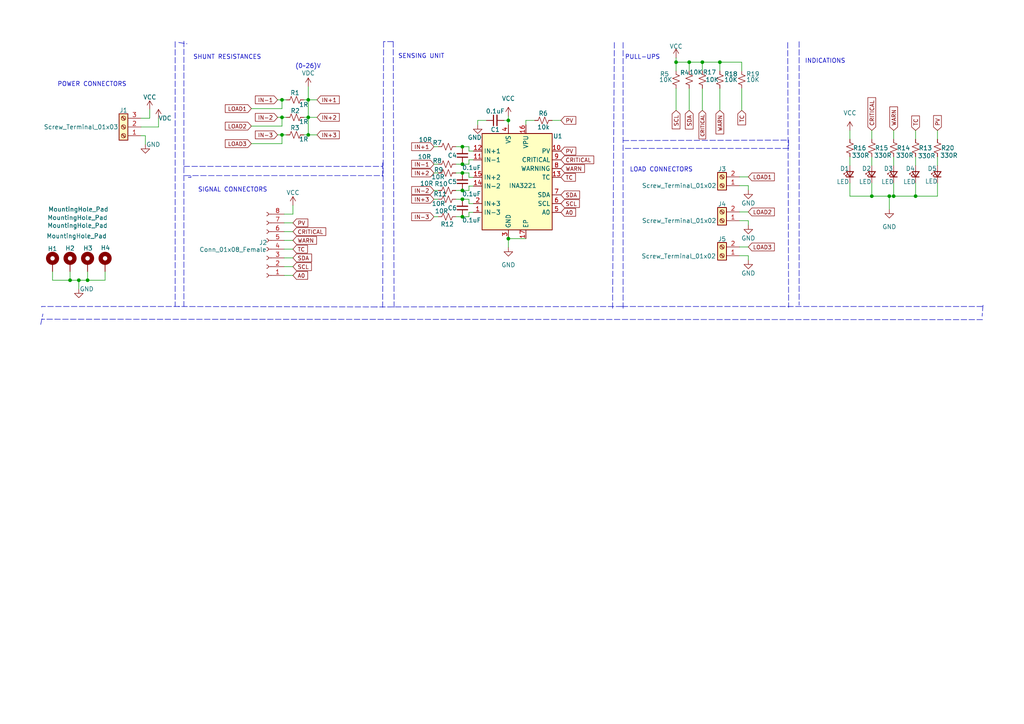
<source format=kicad_sch>
(kicad_sch (version 20211123) (generator eeschema)
  (paper "A4")
  (lib_symbols
    (symbol "Connector:Conn_01x08_Female" (pin_names (offset 1.016) hide)
      (property "Reference" "J" (at 0 10.16 0))
      (property "Value" "Conn_01x08_Female" (at 0 -12.7 0))
      (symbol "Conn_01x08_Female_1_1"
        (arc (start 0 -9.652) (mid -0.508 -10.16) (end 0 -10.668) (stroke (width 0.1524)))
        (arc (start 0 -7.112) (mid -0.508 -7.62) (end 0 -8.128) (stroke (width 0.1524)))
        (arc (start 0 -4.572) (mid -0.508 -5.08) (end 0 -5.588) (stroke (width 0.1524)))
        (arc (start 0 -2.032) (mid -0.508 -2.54) (end 0 -3.048) (stroke (width 0.1524)))
        (polyline (pts (xy -1.27 -10.16) (xy -0.508 -10.16)) (stroke (width 0.1524)))
        (polyline (pts (xy -1.27 -7.62) (xy -0.508 -7.62)) (stroke (width 0.1524)))
        (polyline (pts (xy -1.27 -5.08) (xy -0.508 -5.08)) (stroke (width 0.1524)))
        (polyline (pts (xy -1.27 -2.54) (xy -0.508 -2.54)) (stroke (width 0.1524)))
        (polyline (pts (xy -1.27 0) (xy -0.508 0)) (stroke (width 0.1524)))
        (polyline (pts (xy -1.27 2.54) (xy -0.508 2.54)) (stroke (width 0.1524)))
        (polyline (pts (xy -1.27 5.08) (xy -0.508 5.08)) (stroke (width 0.1524)))
        (polyline (pts (xy -1.27 7.62) (xy -0.508 7.62)) (stroke (width 0.1524)))
        (arc (start 0 0.508) (mid -0.508 0) (end 0 -0.508) (stroke (width 0.1524)))
        (arc (start 0 3.048) (mid -0.508 2.54) (end 0 2.032) (stroke (width 0.1524)))
        (arc (start 0 5.588) (mid -0.508 5.08) (end 0 4.572) (stroke (width 0.1524)))
        (arc (start 0 8.128) (mid -0.508 7.62) (end 0 7.112) (stroke (width 0.1524)))
        (pin passive line (at -5.08 7.62 0) (length 3.81) (name "Pin_1") (number "1"))
        (pin passive line (at -5.08 5.08 0) (length 3.81) (name "Pin_2") (number "2"))
        (pin passive line (at -5.08 2.54 0) (length 3.81) (name "Pin_3") (number "3"))
        (pin passive line (at -5.08 0 0) (length 3.81) (name "Pin_4") (number "4"))
        (pin passive line (at -5.08 -2.54 0) (length 3.81) (name "Pin_5") (number "5"))
        (pin passive line (at -5.08 -5.08 0) (length 3.81) (name "Pin_6") (number "6"))
        (pin passive line (at -5.08 -7.62 0) (length 3.81) (name "Pin_7") (number "7"))
        (pin passive line (at -5.08 -10.16 0) (length 3.81) (name "Pin_8") (number "8"))
      )
    )
    (symbol "Connector:Screw_Terminal_01x02" (pin_names (offset 1.016) hide)
      (property "Reference" "J" (at 0 2.54 0))
      (property "Value" "Screw_Terminal_01x02" (at 0 -5.08 0))
      (symbol "Screw_Terminal_01x02_1_1"
        (rectangle (start -1.27 1.27) (end 1.27 -3.81) (stroke (width 0.254)) (fill (type background)))
        (circle (center 0 -2.54) (radius 0.635) (stroke (width 0.1524)))
        (polyline (pts (xy -0.5334 -2.2098) (xy 0.3302 -3.048)) (stroke (width 0.1524)))
        (polyline (pts (xy -0.5334 0.3302) (xy 0.3302 -0.508)) (stroke (width 0.1524)))
        (polyline (pts (xy -0.3556 -2.032) (xy 0.508 -2.8702)) (stroke (width 0.1524)))
        (polyline (pts (xy -0.3556 0.508) (xy 0.508 -0.3302)) (stroke (width 0.1524)))
        (circle (center 0 0) (radius 0.635) (stroke (width 0.1524)))
        (pin passive line (at -5.08 0 0) (length 3.81) (name "Pin_1") (number "1"))
        (pin passive line (at -5.08 -2.54 0) (length 3.81) (name "Pin_2") (number "2"))
      )
    )
    (symbol "Connector:Screw_Terminal_01x03" (pin_names (offset 1.016) hide)
      (property "Reference" "J" (at 0 5.08 0))
      (property "Value" "Screw_Terminal_01x03" (at 0 -5.08 0))
      (symbol "Screw_Terminal_01x03_1_1"
        (rectangle (start -1.27 3.81) (end 1.27 -3.81) (stroke (width 0.254)) (fill (type background)))
        (circle (center 0 -2.54) (radius 0.635) (stroke (width 0.1524)))
        (polyline (pts (xy -0.5334 -2.2098) (xy 0.3302 -3.048)) (stroke (width 0.1524)))
        (polyline (pts (xy -0.5334 0.3302) (xy 0.3302 -0.508)) (stroke (width 0.1524)))
        (polyline (pts (xy -0.5334 2.8702) (xy 0.3302 2.032)) (stroke (width 0.1524)))
        (polyline (pts (xy -0.3556 -2.032) (xy 0.508 -2.8702)) (stroke (width 0.1524)))
        (polyline (pts (xy -0.3556 0.508) (xy 0.508 -0.3302)) (stroke (width 0.1524)))
        (polyline (pts (xy -0.3556 3.048) (xy 0.508 2.2098)) (stroke (width 0.1524)))
        (circle (center 0 0) (radius 0.635) (stroke (width 0.1524)))
        (circle (center 0 2.54) (radius 0.635) (stroke (width 0.1524)))
        (pin passive line (at -5.08 2.54 0) (length 3.81) (name "Pin_1") (number "1"))
        (pin passive line (at -5.08 0 0) (length 3.81) (name "Pin_2") (number "2"))
        (pin passive line (at -5.08 -2.54 0) (length 3.81) (name "Pin_3") (number "3"))
      )
    )
    (symbol "Device:C_Small" (pin_numbers hide) (pin_names (offset 0.254) hide)
      (property "Reference" "C" (at 0.254 1.778 0))
      (property "Value" "C_Small" (at 0.254 -2.032 0))
      (symbol "C_Small_0_1"
        (polyline (pts (xy -1.524 -0.508) (xy 1.524 -0.508)) (stroke (width 0.3302)))
        (polyline (pts (xy -1.524 0.508) (xy 1.524 0.508)) (stroke (width 0.3048)))
      )
      (symbol "C_Small_1_1"
        (pin passive line (at 0 2.54 270) (length 2.032) (name "~") (number "1"))
        (pin passive line (at 0 -2.54 90) (length 2.032) (name "~") (number "2"))
      )
    )
    (symbol "Device:LED_Small" (pin_numbers hide) (pin_names (offset 0.254) hide)
      (property "Reference" "D" (at -1.27 3.175 0))
      (property "Value" "LED_Small" (at -4.445 -2.54 0))
      (symbol "LED_Small_0_1"
        (polyline (pts (xy -0.762 -1.016) (xy -0.762 1.016)) (stroke (width 0.254)))
        (polyline (pts (xy 1.016 0) (xy -0.762 0)))
        (polyline (pts (xy 0.762 -1.016) (xy -0.762 0) (xy 0.762 1.016) (xy 0.762 -1.016)) (stroke (width 0.254)))
        (polyline (pts (xy 0 0.762) (xy -0.508 1.27) (xy -0.254 1.27) (xy -0.508 1.27) (xy -0.508 1.016)))
        (polyline (pts (xy 0.508 1.27) (xy 0 1.778) (xy 0.254 1.778) (xy 0 1.778) (xy 0 1.524)))
      )
      (symbol "LED_Small_1_1"
        (pin passive line (at -2.54 0 0) (length 1.778) (name "K") (number "1"))
        (pin passive line (at 2.54 0 180) (length 1.778) (name "A") (number "2"))
      )
    )
    (symbol "Device:R_Small_US" (pin_numbers hide) (pin_names (offset 0.254) hide)
      (property "Reference" "R" (at 0.762 0.508 0))
      (property "Value" "R_Small_US" (at 0.762 -1.016 0))
      (symbol "R_Small_US_1_1"
        (polyline (pts (xy 0 0) (xy 1.016 -0.381) (xy 0 -0.762) (xy -1.016 -1.143) (xy 0 -1.524)))
        (polyline (pts (xy 0 1.524) (xy 1.016 1.143) (xy 0 0.762) (xy -1.016 0.381) (xy 0 0)))
        (pin passive line (at 0 2.54 270) (length 1.016) (name "~") (number "1"))
        (pin passive line (at 0 -2.54 90) (length 1.016) (name "~") (number "2"))
      )
    )
    (symbol "Mechanical:MountingHole_Pad" (pin_numbers hide) (pin_names (offset 1.016) hide)
      (property "Reference" "H" (at 0 6.35 0))
      (property "Value" "MountingHole_Pad" (at 0 4.445 0))
      (symbol "MountingHole_Pad_0_1"
        (circle (center 0 1.27) (radius 1.27) (stroke (width 1.27)))
      )
      (symbol "MountingHole_Pad_1_1"
        (pin input line (at 0 -2.54 90) (length 2.54) (name "1") (number "1"))
      )
    )
    (symbol "Power_Management:INA3221"
      (property "Reference" "U" (at -10.16 17.78 0))
      (property "Value" "INA3221" (at 5.08 17.78 0))
      (symbol "INA3221_0_1"
        (rectangle (start 10.16 -12.7) (end -10.16 15.24) (stroke (width 0.254)) (fill (type background)))
      )
      (symbol "INA3221_1_1"
        (pin input line (at -12.7 -7.62 0) (length 2.54) (name "IN-3") (number "1"))
        (pin open_collector line (at 12.7 10.16 180) (length 2.54) (name "PV") (number "10"))
        (pin input line (at -12.7 7.62 0) (length 2.54) (name "IN-1") (number "11"))
        (pin input line (at -12.7 10.16 0) (length 2.54) (name "IN+1") (number "12"))
        (pin open_collector line (at 12.7 2.54 180) (length 2.54) (name "TC") (number "13"))
        (pin input line (at -12.7 0 0) (length 2.54) (name "IN-2") (number "14"))
        (pin input line (at -12.7 2.54 0) (length 2.54) (name "IN+2") (number "15"))
        (pin power_in line (at 2.54 17.78 270) (length 2.54) (name "VPU") (number "16"))
        (pin passive line (at 2.54 -15.24 90) (length 2.54) (name "EP") (number "17"))
        (pin input line (at -12.7 -5.08 0) (length 2.54) (name "IN+3") (number "2"))
        (pin power_in line (at -2.54 -15.24 90) (length 2.54) (name "GND") (number "3"))
        (pin power_in line (at -2.54 17.78 270) (length 2.54) (name "VS") (number "4"))
        (pin input line (at 12.7 -7.62 180) (length 2.54) (name "A0") (number "5"))
        (pin input line (at 12.7 -5.08 180) (length 2.54) (name "SCL") (number "6"))
        (pin bidirectional line (at 12.7 -2.54 180) (length 2.54) (name "SDA") (number "7"))
        (pin open_collector line (at 12.7 5.08 180) (length 2.54) (name "WARNING") (number "8"))
        (pin open_collector line (at 12.7 7.62 180) (length 2.54) (name "CRITICAL") (number "9"))
      )
    )
    (symbol "power:GND" (power) (pin_names (offset 0))
      (property "Value" "GND" (at 0 -3.81 0))
      (symbol "GND_0_1"
        (polyline (pts (xy 0 0) (xy 0 -1.27) (xy 1.27 -1.27) (xy 0 -2.54) (xy -1.27 -1.27) (xy 0 -1.27)))
      )
      (symbol "GND_1_1"
        (pin power_in line (at 0 0 270) (length 0) hide (name "GND") (number "1"))
      )
    )
    (symbol "power:VCC" (power) (pin_names (offset 0))
      (property "Value" "VCC" (at 0 3.81 0))
      (symbol "VCC_0_1"
        (polyline (pts (xy -0.762 1.27) (xy 0 2.54)))
        (polyline (pts (xy 0 0) (xy 0 2.54)))
        (polyline (pts (xy 0 2.54) (xy 0.762 1.27)))
      )
      (symbol "VCC_1_1"
        (pin power_in line (at 0 0 90) (length 0) hide (name "VCC") (number "1"))
      )
    )
    (symbol "power:VDC" (power) (pin_names (offset 0))
      (property "Value" "VDC" (at 0 6.35 0))
      (symbol "VDC_0_1"
        (polyline (pts (xy -0.762 1.27) (xy 0 2.54)))
        (polyline (pts (xy 0 0) (xy 0 2.54)))
        (polyline (pts (xy 0 2.54) (xy 0.762 1.27)))
      )
      (symbol "VDC_1_1"
        (pin power_in line (at 0 0 90) (length 0) hide (name "VDC") (number "1"))
      )
    )
  )
  (junction (at 199.898 18.034))
  (junction (at 134.112 47.625))
  (junction (at 20.32 81.28))
  (junction (at 134.112 62.865))
  (junction (at 81.788 28.956))
  (junction (at 134.112 50.165))
  (junction (at 25.4 81.28))
  (junction (at 257.937 56.896))
  (junction (at 89.408 39.116))
  (junction (at 134.112 57.785))
  (junction (at 147.447 69.215))
  (junction (at 22.86 81.28))
  (junction (at 259.207 56.896))
  (junction (at 81.788 39.116))
  (junction (at 134.112 55.245))
  (junction (at 81.788 34.036))
  (junction (at 208.788 18.034))
  (junction (at 252.857 56.896))
  (junction (at 89.408 28.956))
  (junction (at 203.708 18.034))
  (junction (at 134.112 42.545))
  (junction (at 89.408 34.036))
  (junction (at 196.088 18.034))
  (junction (at 147.447 34.925))
  (junction (at 265.557 56.896))
  (wire (pts (xy 125.857 50.165) (xy 127.127 50.165)))
  (polyline (pts (xy 180.34 88.9) (xy 109.22 89.027)))
  (wire (pts (xy 72.898 36.576) (xy 81.788 36.576)))
  (wire (pts (xy 42.164 39.37) (xy 42.164 41.91)))
  (wire (pts (xy 134.112 47.625) (xy 136.017 47.625)))
  (wire (pts (xy 259.207 37.846) (xy 259.207 40.386)))
  (wire (pts (xy 25.4 78.74) (xy 25.4 81.28)))
  (wire (pts (xy 196.088 18.034) (xy 196.088 20.574)))
  (wire (pts (xy 40.894 36.83) (xy 45.974 36.83)))
  (wire (pts (xy 252.857 45.466) (xy 252.857 48.006)))
  (polyline (pts (xy 55.372 51.181) (xy 55.372 51.435)))
  (wire (pts (xy 25.4 81.28) (xy 30.48 81.28)))
  (wire (pts (xy 82.423 67.183) (xy 84.963 67.183)))
  (wire (pts (xy 214.503 51.308) (xy 217.043 51.308)))
  (wire (pts (xy 271.907 56.896) (xy 265.557 56.896)))
  (wire (pts (xy 246.507 45.466) (xy 246.507 48.006)))
  (polyline (pts (xy 228.473 12.319) (xy 228.727 89.154)))
  (wire (pts (xy 152.527 36.195) (xy 152.527 34.925)))
  (wire (pts (xy 89.408 28.956) (xy 91.948 28.956)))
  (wire (pts (xy 214.503 53.848) (xy 217.043 53.848)))
  (wire (pts (xy 265.557 53.086) (xy 265.557 56.896)))
  (wire (pts (xy 88.138 28.956) (xy 89.408 28.956)))
  (wire (pts (xy 214.503 61.468) (xy 217.043 61.468)))
  (wire (pts (xy 203.708 25.654) (xy 203.708 32.004)))
  (polyline (pts (xy 178.181 12.319) (xy 177.673 89.662)))
  (wire (pts (xy 136.017 50.165) (xy 136.017 51.435)))
  (wire (pts (xy 136.017 57.785) (xy 136.017 59.055)))
  (wire (pts (xy 246.507 40.386) (xy 246.507 37.846)))
  (polyline (pts (xy 109.22 89.027) (xy 51.816 88.9)))
  (wire (pts (xy 89.408 28.956) (xy 89.408 34.036)))
  (wire (pts (xy 125.857 62.865) (xy 127.127 62.865)))
  (wire (pts (xy 199.898 18.034) (xy 196.088 18.034)))
  (wire (pts (xy 136.017 55.245) (xy 136.017 53.975)))
  (wire (pts (xy 271.907 37.846) (xy 271.907 40.386)))
  (wire (pts (xy 81.788 34.036) (xy 83.058 34.036)))
  (wire (pts (xy 162.687 34.925) (xy 160.147 34.925)))
  (wire (pts (xy 89.408 34.036) (xy 91.948 34.036)))
  (wire (pts (xy 15.24 78.74) (xy 15.24 81.28)))
  (wire (pts (xy 136.017 46.355) (xy 137.287 46.355)))
  (wire (pts (xy 252.857 56.896) (xy 257.937 56.896)))
  (wire (pts (xy 136.017 47.625) (xy 136.017 46.355)))
  (wire (pts (xy 138.557 34.925) (xy 138.557 36.195)))
  (polyline (pts (xy 11.811 94.107) (xy 12.446 91.059)))
  (wire (pts (xy 132.207 47.625) (xy 134.112 47.625)))
  (wire (pts (xy 215.138 18.034) (xy 208.788 18.034)))
  (wire (pts (xy 82.423 74.803) (xy 84.963 74.803)))
  (polyline (pts (xy 114.3 89.154) (xy 114.046 12.065)))
  (wire (pts (xy 125.857 57.785) (xy 127.127 57.785)))
  (polyline (pts (xy 53.34 48.26) (xy 111.125 48.26)))
  (wire (pts (xy 257.937 60.706) (xy 257.937 56.896)))
  (wire (pts (xy 259.207 56.896) (xy 265.557 56.896)))
  (wire (pts (xy 199.898 25.654) (xy 199.898 32.004)))
  (wire (pts (xy 271.907 53.086) (xy 271.907 56.896)))
  (wire (pts (xy 81.788 39.116) (xy 83.058 39.116)))
  (wire (pts (xy 136.017 42.545) (xy 136.017 43.815)))
  (wire (pts (xy 125.857 42.545) (xy 127.127 42.545)))
  (wire (pts (xy 89.408 25.146) (xy 89.408 28.956)))
  (wire (pts (xy 265.557 45.466) (xy 265.557 48.006)))
  (wire (pts (xy 81.788 39.116) (xy 81.788 41.656)))
  (polyline (pts (xy 228.727 40.64) (xy 228.727 43.053)))
  (wire (pts (xy 152.527 69.215) (xy 147.447 69.215)))
  (wire (pts (xy 82.423 72.263) (xy 84.963 72.263)))
  (polyline (pts (xy 53.594 50.927) (xy 111.125 50.927)))
  (wire (pts (xy 214.503 64.008) (xy 217.043 64.008)))
  (wire (pts (xy 82.423 62.103) (xy 84.963 62.103)))
  (wire (pts (xy 208.788 18.034) (xy 203.708 18.034)))
  (wire (pts (xy 82.423 69.723) (xy 84.963 69.723)))
  (wire (pts (xy 259.207 45.466) (xy 259.207 48.006)))
  (wire (pts (xy 136.017 61.595) (xy 137.287 61.595)))
  (wire (pts (xy 217.043 64.008) (xy 217.043 65.278)))
  (wire (pts (xy 45.974 36.83) (xy 45.974 34.29)))
  (polyline (pts (xy 180.721 12.319) (xy 180.721 89.662)))
  (wire (pts (xy 72.898 41.656) (xy 81.788 41.656)))
  (wire (pts (xy 132.207 62.865) (xy 134.112 62.865)))
  (wire (pts (xy 141.097 34.925) (xy 138.557 34.925)))
  (wire (pts (xy 132.207 57.785) (xy 134.112 57.785)))
  (wire (pts (xy 214.503 74.168) (xy 217.043 74.168)))
  (wire (pts (xy 136.017 53.975) (xy 137.287 53.975)))
  (polyline (pts (xy 111.252 12.065) (xy 110.998 89.154)))
  (wire (pts (xy 259.207 53.086) (xy 259.207 56.896)))
  (wire (pts (xy 196.088 16.764) (xy 196.088 18.034)))
  (wire (pts (xy 84.963 79.883) (xy 82.423 79.883)))
  (wire (pts (xy 208.788 25.654) (xy 208.788 32.004)))
  (polyline (pts (xy 53.34 11.938) (xy 53.34 88.9)))
  (wire (pts (xy 147.447 36.195) (xy 147.447 34.925)))
  (polyline (pts (xy 12.065 88.9) (xy 12.065 89.027)))
  (polyline (pts (xy 52.07 88.9) (xy 12.065 88.9)))
  (wire (pts (xy 217.043 53.848) (xy 217.043 55.118)))
  (wire (pts (xy 152.527 34.925) (xy 155.067 34.925)))
  (wire (pts (xy 214.503 71.628) (xy 217.043 71.628)))
  (wire (pts (xy 265.557 37.846) (xy 265.557 40.386)))
  (wire (pts (xy 125.857 47.625) (xy 127.127 47.625)))
  (wire (pts (xy 43.434 34.29) (xy 43.434 31.75)))
  (wire (pts (xy 208.788 20.574) (xy 208.788 18.034)))
  (wire (pts (xy 82.423 77.343) (xy 84.963 77.343)))
  (wire (pts (xy 203.708 20.574) (xy 203.708 18.034)))
  (wire (pts (xy 134.112 42.545) (xy 136.017 42.545)))
  (polyline (pts (xy 284.988 88.9) (xy 180.34 88.9)))
  (wire (pts (xy 136.017 59.055) (xy 137.287 59.055)))
  (wire (pts (xy 252.857 37.846) (xy 252.857 40.386)))
  (wire (pts (xy 40.894 34.29) (xy 43.434 34.29)))
  (polyline (pts (xy 51.816 12.319) (xy 54.229 12.7)))
  (wire (pts (xy 203.708 18.034) (xy 199.898 18.034)))
  (wire (pts (xy 136.017 43.815) (xy 137.287 43.815)))
  (wire (pts (xy 246.507 53.086) (xy 246.507 56.896)))
  (polyline (pts (xy 231.775 12.065) (xy 231.775 88.519)))
  (wire (pts (xy 80.518 28.956) (xy 81.788 28.956)))
  (wire (pts (xy 72.898 31.496) (xy 81.788 31.496)))
  (wire (pts (xy 196.088 25.654) (xy 196.088 32.004)))
  (wire (pts (xy 125.857 55.245) (xy 127.127 55.245)))
  (wire (pts (xy 22.86 81.28) (xy 25.4 81.28)))
  (wire (pts (xy 246.507 56.896) (xy 252.857 56.896)))
  (wire (pts (xy 147.447 34.925) (xy 147.447 33.655)))
  (wire (pts (xy 81.788 28.956) (xy 83.058 28.956)))
  (wire (pts (xy 22.86 81.28) (xy 22.86 83.82)))
  (wire (pts (xy 30.48 81.28) (xy 30.48 78.74)))
  (polyline (pts (xy 284.988 92.71) (xy 12.065 92.583)))
  (wire (pts (xy 252.857 53.086) (xy 252.857 56.896)))
  (polyline (pts (xy 285.115 88.519) (xy 284.861 91.694)))
  (wire (pts (xy 147.447 71.755) (xy 147.447 69.215)))
  (wire (pts (xy 136.017 51.435) (xy 137.287 51.435)))
  (wire (pts (xy 132.207 42.545) (xy 134.112 42.545)))
  (wire (pts (xy 257.937 56.896) (xy 259.207 56.896)))
  (wire (pts (xy 199.898 20.574) (xy 199.898 18.034)))
  (wire (pts (xy 80.518 39.116) (xy 81.788 39.116)))
  (polyline (pts (xy 228.727 43.053) (xy 180.721 43.053)))
  (wire (pts (xy 132.207 50.165) (xy 134.112 50.165)))
  (wire (pts (xy 134.112 50.165) (xy 136.017 50.165)))
  (wire (pts (xy 88.138 34.036) (xy 89.408 34.036)))
  (wire (pts (xy 81.788 34.036) (xy 81.788 36.576)))
  (polyline (pts (xy 50.8 12.065) (xy 50.8 88.9)))
  (wire (pts (xy 84.963 59.563) (xy 84.963 62.103)))
  (wire (pts (xy 215.138 20.574) (xy 215.138 18.034)))
  (wire (pts (xy 40.894 39.37) (xy 42.164 39.37)))
  (wire (pts (xy 89.408 34.036) (xy 89.408 39.116)))
  (wire (pts (xy 80.518 34.036) (xy 81.788 34.036)))
  (wire (pts (xy 134.112 62.865) (xy 136.017 62.865)))
  (wire (pts (xy 20.32 81.28) (xy 22.86 81.28)))
  (wire (pts (xy 81.788 28.956) (xy 81.788 31.496)))
  (wire (pts (xy 217.043 74.168) (xy 217.043 75.438)))
  (wire (pts (xy 88.138 39.116) (xy 89.408 39.116)))
  (polyline (pts (xy 54.61 51.435) (xy 55.372 51.435)))
  (wire (pts (xy 134.112 55.245) (xy 136.017 55.245)))
  (wire (pts (xy 146.177 34.925) (xy 147.447 34.925)))
  (wire (pts (xy 82.423 64.643) (xy 84.963 64.643)))
  (wire (pts (xy 271.907 45.466) (xy 271.907 48.006)))
  (wire (pts (xy 132.207 55.245) (xy 134.112 55.245)))
  (wire (pts (xy 136.017 62.865) (xy 136.017 61.595)))
  (polyline (pts (xy 110.998 47.244) (xy 110.998 51.181)))
  (wire (pts (xy 15.24 81.28) (xy 20.32 81.28)))
  (wire (pts (xy 215.138 25.654) (xy 215.138 32.004)))
  (wire (pts (xy 134.112 57.785) (xy 136.017 57.785)))
  (polyline (pts (xy 180.721 40.767) (xy 228.727 40.64)))
  (wire (pts (xy 89.408 39.116) (xy 91.948 39.116)))
  (wire (pts (xy 20.32 78.74) (xy 20.32 81.28)))
  (polyline (pts (xy 114.046 12.065) (xy 111.252 12.065)))
  (text "SHUNT RESISTANCES" (at 56.007 17.399 0) (effects (font (size 1.27 1.27)) (justify left bottom)))
  (text "INDICATIONS\n" (at 233.426 18.542 0) (effects (font (size 1.27 1.27)) (justify left bottom)))
  (text "SENSING UNIT" (at 115.443 17.145 0) (effects (font (size 1.27 1.27)) (justify left bottom)))
  (text "POWER CONNECTORS" (at 16.637 25.273 0) (effects (font (size 1.27 1.27)) (justify left bottom)))
  (text "PULL-UPS\n" (at 181.229 17.399 0) (effects (font (size 1.27 1.27)) (justify left bottom)))
  (text "SIGNAL CONNECTORS" (at 57.404 55.88 0) (effects (font (size 1.27 1.27)) (justify left bottom)))
  (text "(0~26)V" (at 85.598 20.066 0) (effects (font (size 1.27 1.27)) (justify left bottom)))
  (text "LOAD CONNECTORS\n" (at 182.626 50.038 0) (effects (font (size 1.27 1.27)) (justify left bottom)))
  (global_label "PV" (shape input) (at 162.687 34.925 0) (effects (font (size 1.15 1.15))) (property "Intersheet References" "${INTERSHEET_REFS}" (effects hide)))
  (global_label "LOAD1" (shape input) (at 72.898 31.496 180) (effects (font (size 1.15 1.15))) (property "Intersheet References" "${INTERSHEET_REFS}" (effects hide)))
  (global_label "LOAD3" (shape input) (at 217.043 71.628 0) (effects (font (size 1.15 1.15))) (property "Intersheet References" "${INTERSHEET_REFS}" (effects hide)))
  (global_label "IN-3" (shape input) (at 80.518 39.116 180) (effects (font (size 1.15 1.15))) (property "Intersheet References" "${INTERSHEET_REFS}" (effects hide)))
  (global_label "SCL" (shape input) (at 196.088 32.004 270) (effects (font (size 1.15 1.15))) (property "Intersheet References" "${INTERSHEET_REFS}" (effects hide)))
  (global_label "WARN" (shape input) (at 259.207 37.846 90) (effects (font (size 1.15 1.15))) (property "Intersheet References" "${INTERSHEET_REFS}" (effects hide)))
  (global_label "IN-1" (shape input) (at 80.518 28.956 180) (effects (font (size 1.15 1.15))) (property "Intersheet References" "${INTERSHEET_REFS}" (effects hide)))
  (global_label "IN+1" (shape input) (at 91.948 28.956 0) (effects (font (size 1.15 1.15))) (property "Intersheet References" "${INTERSHEET_REFS}" (effects hide)))
  (global_label "LOAD2" (shape input) (at 217.043 61.468 0) (effects (font (size 1.15 1.15))) (property "Intersheet References" "${INTERSHEET_REFS}" (effects hide)))
  (global_label "PV" (shape input) (at 271.907 37.846 90) (effects (font (size 1.15 1.15))) (property "Intersheet References" "${INTERSHEET_REFS}" (effects hide)))
  (global_label "TC" (shape input) (at 265.557 37.846 90) (effects (font (size 1.15 1.15))) (property "Intersheet References" "${INTERSHEET_REFS}" (effects hide)))
  (global_label "SDA" (shape input) (at 199.898 32.004 270) (effects (font (size 1.15 1.15))) (property "Intersheet References" "${INTERSHEET_REFS}" (effects hide)))
  (global_label "IN+3" (shape input) (at 91.948 39.116 0) (effects (font (size 1.15 1.15))) (property "Intersheet References" "${INTERSHEET_REFS}" (effects hide)))
  (global_label "IN-2" (shape input) (at 80.518 34.036 180) (effects (font (size 1.15 1.15))) (property "Intersheet References" "${INTERSHEET_REFS}" (effects hide)))
  (global_label "SCL" (shape input) (at 162.687 59.055 0) (effects (font (size 1.15 1.15))) (property "Intersheet References" "${INTERSHEET_REFS}" (effects hide)))
  (global_label "WARN" (shape input) (at 162.687 48.895 0) (effects (font (size 1.15 1.15))) (property "Intersheet References" "${INTERSHEET_REFS}" (effects hide)))
  (global_label "IN-1" (shape input) (at 125.857 47.625 180) (effects (font (size 1.15 1.15))) (property "Intersheet References" "${INTERSHEET_REFS}" (effects hide)))
  (global_label "A0" (shape input) (at 84.963 79.883 0) (effects (font (size 1.15 1.15))) (property "Intersheet References" "${INTERSHEET_REFS}" (effects hide)))
  (global_label "IN+2" (shape input) (at 91.948 34.036 0) (effects (font (size 1.15 1.15))) (property "Intersheet References" "${INTERSHEET_REFS}" (effects hide)))
  (global_label "SDA" (shape input) (at 84.963 74.803 0) (effects (font (size 1.15 1.15))) (property "Intersheet References" "${INTERSHEET_REFS}" (effects hide)))
  (global_label "IN-3" (shape input) (at 125.857 62.865 180) (effects (font (size 1.15 1.15))) (property "Intersheet References" "${INTERSHEET_REFS}" (effects hide)))
  (global_label "WARN" (shape input) (at 84.963 69.723 0) (effects (font (size 1.15 1.15))) (property "Intersheet References" "${INTERSHEET_REFS}" (effects hide)))
  (global_label "CRITICAL" (shape input) (at 84.963 67.183 0) (effects (font (size 1.15 1.15))) (property "Intersheet References" "${INTERSHEET_REFS}" (effects hide)))
  (global_label "IN+2" (shape input) (at 125.857 50.165 180) (effects (font (size 1.15 1.15))) (property "Intersheet References" "${INTERSHEET_REFS}" (effects hide)))
  (global_label "SDA" (shape input) (at 162.687 56.515 0) (effects (font (size 1.15 1.15))) (property "Intersheet References" "${INTERSHEET_REFS}" (effects hide)))
  (global_label "TC" (shape input) (at 162.687 51.435 0) (effects (font (size 1.15 1.15))) (property "Intersheet References" "${INTERSHEET_REFS}" (effects hide)))
  (global_label "IN-2" (shape input) (at 125.857 55.245 180) (effects (font (size 1.15 1.15))) (property "Intersheet References" "${INTERSHEET_REFS}" (effects hide)))
  (global_label "PV" (shape input) (at 162.687 43.815 0) (effects (font (size 1.15 1.15))) (property "Intersheet References" "${INTERSHEET_REFS}" (effects hide)))
  (global_label "LOAD3" (shape input) (at 72.898 41.656 180) (effects (font (size 1.15 1.15))) (property "Intersheet References" "${INTERSHEET_REFS}" (effects hide)))
  (global_label "SCL" (shape input) (at 84.963 77.343 0) (effects (font (size 1.15 1.15))) (property "Intersheet References" "${INTERSHEET_REFS}" (effects hide)))
  (global_label "CRITICAL" (shape input) (at 252.857 37.846 90) (effects (font (size 1.15 1.15))) (property "Intersheet References" "${INTERSHEET_REFS}" (effects hide)))
  (global_label "CRITICAL" (shape input) (at 203.708 32.004 270) (effects (font (size 1 1))) (property "Intersheet References" "${INTERSHEET_REFS}" (effects hide)))
  (global_label "A0" (shape input) (at 162.687 61.595 0) (effects (font (size 1.15 1.15))) (property "Intersheet References" "${INTERSHEET_REFS}" (effects hide)))
  (global_label "TC" (shape input) (at 84.963 72.263 0) (effects (font (size 1.15 1.15))) (property "Intersheet References" "${INTERSHEET_REFS}" (effects hide)))
  (global_label "IN+1" (shape input) (at 125.857 42.545 180) (effects (font (size 1.15 1.15))) (property "Intersheet References" "${INTERSHEET_REFS}" (effects hide)))
  (global_label "LOAD2" (shape input) (at 72.898 36.576 180) (effects (font (size 1.15 1.15))) (property "Intersheet References" "${INTERSHEET_REFS}" (effects hide)))
  (global_label "TC" (shape input) (at 215.138 32.004 270) (effects (font (size 1.15 1.15))) (property "Intersheet References" "${INTERSHEET_REFS}" (effects hide)))
  (global_label "CRITICAL" (shape input) (at 162.687 46.355 0) (effects (font (size 1.15 1.15))) (property "Intersheet References" "${INTERSHEET_REFS}" (effects hide)))
  (global_label "LOAD1" (shape input) (at 217.043 51.308 0) (effects (font (size 1.15 1.15))) (property "Intersheet References" "${INTERSHEET_REFS}" (effects hide)))
  (global_label "WARN" (shape input) (at 208.788 32.004 270) (effects (font (size 1.15 1.15))) (property "Intersheet References" "${INTERSHEET_REFS}" (effects hide)))
  (global_label "IN+3" (shape input) (at 125.857 57.785 180) (effects (font (size 1.15 1.15))) (property "Intersheet References" "${INTERSHEET_REFS}" (effects hide)))
  (global_label "PV" (shape input) (at 84.963 64.643 0) (effects (font (size 1.15 1.15))) (property "Intersheet References" "${INTERSHEET_REFS}" (effects hide)))
  (symbol (lib_id "Device:LED_Small") (at 252.857 50.546 90) (unit 1)
    (property "Reference" "D2" (at 251.333 48.895 90))
    (property "Value" "LED" (at 250.952 52.705 90))
    (property "Footprint" "LED_SMD:LED_0603_1608Metric" (effects hide))
  )
  (symbol (lib_id "Device:R_Small_US") (at 196.088 23.114 0) (unit 1)
    (property "Reference" "R5" (at 191.389 21.463 0) (effects (justify left)))
    (property "Value" "10K" (at 191.135 23.114 0) (effects (justify left)))
    (property "Footprint" "Resistor_SMD:R_0603_1608Metric" (effects hide))
  )
  (symbol (lib_id "Connector:Screw_Terminal_01x02") (at 209.423 74.168 180) (unit 1)
    (property "Reference" "J5" (at 209.423 69.342 0))
    (property "Value" "Screw_Terminal_01x02" (at 196.85 74.295 0))
    (property "Footprint" "TerminalBlock_Phoenix:TerminalBlock_Phoenix_MKDS-1,5-2_1x02_P5.00mm_Horizontal" (effects hide))
  )
  (symbol (lib_id "power:GND") (at 42.164 41.91 0) (unit 1)
    (property "Reference" "#PWR0106" (effects hide))
    (property "Value" "GND" (at 44.45 41.91 0))
  )
  (symbol (lib_id "Device:C_Small") (at 134.112 52.705 180) (unit 1)
    (property "Reference" "C5" (at 131.191 52.705 0))
    (property "Value" "0.1uF" (at 136.779 56.261 0))
    (property "Footprint" "Capacitor_SMD:C_0603_1608Metric" (effects hide))
  )
  (symbol (lib_id "power:VCC") (at 43.434 31.75 0) (unit 1)
    (property "Reference" "#PWR0104" (effects hide))
    (property "Value" "VCC" (at 43.434 28.194 0))
  )
  (symbol (lib_id "Connector:Screw_Terminal_01x02") (at 209.423 53.848 180) (unit 1)
    (property "Reference" "J3" (at 209.423 49.022 0))
    (property "Value" "Screw_Terminal_01x02" (at 196.977 53.848 0))
    (property "Footprint" "TerminalBlock_Phoenix:TerminalBlock_Phoenix_MKDS-1,5-2_1x02_P5.00mm_Horizontal" (effects hide))
  )
  (symbol (lib_id "power:GND") (at 147.447 71.755 0) (unit 1)
    (property "Reference" "#PWR0103" (effects hide))
    (property "Value" "GND" (at 147.447 76.835 0))
  )
  (symbol (lib_id "power:VCC") (at 147.447 33.655 0) (unit 1)
    (property "Reference" "#PWR0108" (effects hide))
    (property "Value" "VCC" (at 147.447 28.575 0))
  )
  (symbol (lib_id "Device:R_Small_US") (at 215.138 23.114 0) (unit 1)
    (property "Reference" "R19" (at 216.408 21.463 0) (effects (justify left)))
    (property "Value" "10K" (at 216.408 23.114 0) (effects (justify left)))
    (property "Footprint" "Resistor_SMD:R_0603_1608Metric" (effects hide))
  )
  (symbol (lib_id "power:GND") (at 217.043 75.438 0) (unit 1)
    (property "Reference" "#PWR0112" (effects hide))
    (property "Value" "GND" (at 217.043 79.248 0))
  )
  (symbol (lib_id "Device:R_Small_US") (at 259.207 42.926 0) (unit 1)
    (property "Reference" "R14" (at 260.096 42.926 0) (effects (justify left)))
    (property "Value" "330R" (at 259.842 45.085 0) (effects (justify left)))
    (property "Footprint" "Resistor_SMD:R_0402_1005Metric" (effects hide))
  )
  (symbol (lib_id "power:VCC") (at 196.088 16.764 0) (unit 1)
    (property "Reference" "#PWR0113" (effects hide))
    (property "Value" "VCC" (at 196.088 13.462 0))
  )
  (symbol (lib_id "power:VDC") (at 45.974 34.29 0) (unit 1)
    (property "Reference" "#PWR0105" (effects hide))
    (property "Value" "VDC" (at 47.879 34.29 0))
  )
  (symbol (lib_id "Device:R_Small_US") (at 265.557 42.926 0) (unit 1)
    (property "Reference" "R13" (at 266.446 42.926 0) (effects (justify left)))
    (property "Value" "330R" (at 266.192 45.212 0) (effects (justify left)))
    (property "Footprint" "Resistor_SMD:R_0402_1005Metric" (effects hide))
  )
  (symbol (lib_id "Device:LED_Small") (at 271.907 50.546 90) (unit 1)
    (property "Reference" "D5" (at 270.383 48.895 90))
    (property "Value" "LED" (at 270.129 52.578 90))
    (property "Footprint" "LED_SMD:LED_0603_1608Metric" (effects hide))
  )
  (symbol (lib_id "Device:R_Small_US") (at 129.667 57.785 270) (unit 1)
    (property "Reference" "R11" (at 125.73 56.261 90) (effects (justify left)))
    (property "Value" "10R" (at 125.222 59.055 90) (effects (justify left)))
    (property "Footprint" "Resistor_SMD:R_0603_1608Metric" (effects hide))
  )
  (symbol (lib_id "Device:C_Small") (at 134.112 45.085 180) (unit 1)
    (property "Reference" "C4" (at 131.191 45.085 0))
    (property "Value" "0.1uF" (at 136.779 48.641 0))
    (property "Footprint" "Capacitor_SMD:C_0603_1608Metric" (effects hide))
  )
  (symbol (lib_id "Device:R_Small_US") (at 129.667 42.545 270) (unit 1)
    (property "Reference" "R7" (at 125.476 41.402 90) (effects (justify left)))
    (property "Value" "10R" (at 121.412 40.513 90) (effects (justify left)))
    (property "Footprint" "Resistor_SMD:R_0603_1608Metric" (effects hide))
  )
  (symbol (lib_id "Device:C_Small") (at 134.112 60.325 180) (unit 1)
    (property "Reference" "C6" (at 131.191 60.325 0))
    (property "Value" "0.1uF" (at 136.779 63.881 0))
    (property "Footprint" "Capacitor_SMD:C_0603_1608Metric" (effects hide))
  )
  (symbol (lib_id "Device:R_Small_US") (at 271.907 42.926 0) (unit 1)
    (property "Reference" "R20" (at 272.923 42.926 0) (effects (justify left)))
    (property "Value" "330R" (at 272.669 45.085 0) (effects (justify left)))
    (property "Footprint" "Resistor_SMD:R_0402_1005Metric" (effects hide))
  )
  (symbol (lib_id "Mechanical:MountingHole_Pad") (at 20.32 76.2 0) (unit 1)
    (property "Reference" "H2" (at 18.923 72.009 0) (effects (justify left)))
    (property "Value" "MountingHole_Pad" (at 13.462 68.453 0) (effects (justify left)))
    (property "Footprint" "MountingHole:MountingHole_2.7mm_M2.5_Pad_Via" (effects hide))
  )
  (symbol (lib_id "power:GND") (at 217.043 65.278 0) (unit 1)
    (property "Reference" "#PWR0111" (effects hide))
    (property "Value" "GND" (at 217.043 69.088 0))
  )
  (symbol (lib_id "power:GND") (at 217.043 55.118 0) (unit 1)
    (property "Reference" "#PWR0110" (effects hide))
    (property "Value" "GND" (at 217.043 58.928 0))
  )
  (symbol (lib_id "Device:R_Small_US") (at 129.667 47.625 270) (unit 1)
    (property "Reference" "R8" (at 125.476 46.609 90) (effects (justify left)))
    (property "Value" "10R" (at 121.158 45.466 90) (effects (justify left)))
    (property "Footprint" "Resistor_SMD:R_0603_1608Metric" (effects hide))
  )
  (symbol (lib_id "Mechanical:MountingHole_Pad") (at 30.48 76.2 0) (unit 1)
    (property "Reference" "H4" (at 29.21 71.882 0) (effects (justify left)))
    (property "Value" "MountingHole_Pad" (at 13.716 63.119 0) (effects (justify left)))
    (property "Footprint" "MountingHole:MountingHole_2.7mm_M2.5_Pad_Via" (effects hide))
  )
  (symbol (lib_id "Device:R_Small_US") (at 85.598 34.036 270) (unit 1)
    (property "Reference" "R2" (at 84.2814 32.1412 90) (effects (justify left)))
    (property "Value" "1R" (at 86.741 35.306 90) (effects (justify left)))
    (property "Footprint" "Resistor_SMD:R_4020_10251Metric" (effects hide))
  )
  (symbol (lib_id "power:GND") (at 22.86 83.82 0) (unit 1)
    (property "Reference" "#PWR0115" (effects hide))
    (property "Value" "GND" (at 25.146 83.82 0))
  )
  (symbol (lib_id "Device:LED_Small") (at 259.207 50.546 90) (unit 1)
    (property "Reference" "D3" (at 257.683 48.895 90))
    (property "Value" "LED" (at 257.429 52.705 90))
    (property "Footprint" "LED_SMD:LED_0603_1608Metric" (effects hide))
  )
  (symbol (lib_id "Device:R_Small_US") (at 85.598 39.116 270) (unit 1)
    (property "Reference" "R3" (at 84.201 37.084 90) (effects (justify left)))
    (property "Value" "1R" (at 86.741 40.386 90) (effects (justify left)))
    (property "Footprint" "Resistor_SMD:R_4020_10251Metric" (effects hide))
  )
  (symbol (lib_id "Device:R_Small_US") (at 208.788 23.114 0) (unit 1)
    (property "Reference" "R18" (at 210.058 21.463 0) (effects (justify left)))
    (property "Value" "10K" (at 210.058 23.114 0) (effects (justify left)))
    (property "Footprint" "Resistor_SMD:R_0603_1608Metric" (effects hide))
  )
  (symbol (lib_id "Device:R_Small_US") (at 199.898 23.114 0) (unit 1)
    (property "Reference" "R4" (at 197.231 21.082 0) (effects (justify left)))
    (property "Value" "10K" (at 199.898 20.955 0) (effects (justify left)))
    (property "Footprint" "Resistor_SMD:R_0603_1608Metric" (effects hide))
  )
  (symbol (lib_id "power:GND") (at 257.937 60.706 0) (unit 1)
    (property "Reference" "#PWR0114" (effects hide))
    (property "Value" "GND" (at 257.937 65.786 0))
  )
  (symbol (lib_id "power:VCC") (at 246.507 37.846 0) (unit 1)
    (property "Reference" "#PWR0107" (effects hide))
    (property "Value" "VCC" (at 246.507 32.766 0))
  )
  (symbol (lib_id "Power_Management:INA3221") (at 149.987 53.975 0) (unit 1)
    (property "Reference" "U1" (at 160.401 39.497 0) (effects (justify left)))
    (property "Value" "INA3221" (at 147.574 53.848 0) (effects (justify left)))
    (property "Footprint" "Package_DFN_QFN:Texas_RGV_S-PVQFN-N16_EP2.1x2.1mm" (effects hide))
    (property "Datasheet" "http://www.ti.com/lit/ds/symlink/ina3221.pdf" (effects hide))
  )
  (symbol (lib_id "Device:LED_Small") (at 246.507 50.546 90) (unit 1)
    (property "Reference" "D1" (at 244.983 48.895 90))
    (property "Value" "LED" (at 244.475 52.705 90))
    (property "Footprint" "LED_SMD:LED_0603_1608Metric" (effects hide))
  )
  (symbol (lib_id "Device:R_Small_US") (at 129.667 62.865 270) (unit 1)
    (property "Reference" "R12" (at 127.762 65.024 90) (effects (justify left)))
    (property "Value" "10R" (at 126.111 61.214 90) (effects (justify left)))
    (property "Footprint" "Resistor_SMD:R_0603_1608Metric" (effects hide))
  )
  (symbol (lib_id "power:GND") (at 138.557 36.195 0) (unit 1)
    (property "Reference" "#PWR0109" (effects hide))
    (property "Value" "GND" (at 137.668 39.878 0))
  )
  (symbol (lib_id "Device:R_Small_US") (at 157.607 34.925 270) (unit 1)
    (property "Reference" "R6" (at 156.21 32.893 90) (effects (justify left)))
    (property "Value" "10k" (at 155.7941 36.876 90) (effects (justify left)))
    (property "Footprint" "Resistor_SMD:R_0603_1608Metric" (effects hide))
  )
  (symbol (lib_id "Device:R_Small_US") (at 129.667 50.165 270) (unit 1)
    (property "Reference" "R9" (at 125.857 49.276 90) (effects (justify left)))
    (property "Value" "10R" (at 125.095 51.308 90) (effects (justify left)))
    (property "Footprint" "Resistor_SMD:R_0603_1608Metric" (effects hide))
  )
  (symbol (lib_id "Device:R_Small_US") (at 203.708 23.114 0) (unit 1)
    (property "Reference" "R17" (at 203.835 20.955 0) (effects (justify left)))
    (property "Value" "10K" (at 204.597 23.114 0) (effects (justify left)))
    (property "Footprint" "Resistor_SMD:R_0603_1608Metric" (effects hide))
  )
  (symbol (lib_id "Connector:Screw_Terminal_01x02") (at 209.423 64.008 180) (unit 1)
    (property "Reference" "J4" (at 209.423 59.182 0))
    (property "Value" "Screw_Terminal_01x02" (at 196.977 64.008 0))
    (property "Footprint" "TerminalBlock_Phoenix:TerminalBlock_Phoenix_MKDS-1,5-2_1x02_P5.00mm_Horizontal" (effects hide))
  )
  (symbol (lib_id "Device:LED_Small") (at 265.557 50.546 90) (unit 1)
    (property "Reference" "D4" (at 264.033 48.895 90))
    (property "Value" "LED" (at 263.779 52.705 90))
    (property "Footprint" "LED_SMD:LED_0603_1608Metric" (effects hide))
  )
  (symbol (lib_id "Mechanical:MountingHole_Pad") (at 15.24 76.2 0) (unit 1)
    (property "Reference" "H1" (at 13.843 72.136 0) (effects (justify left)))
    (property "Value" "MountingHole_Pad" (at 13.97 60.706 0) (effects (justify left)))
    (property "Footprint" "MountingHole:MountingHole_2.7mm_M2.5_Pad_Via" (effects hide))
  )
  (symbol (lib_id "power:VDC") (at 89.408 25.146 0) (unit 1)
    (property "Reference" "#PWR0101" (effects hide))
    (property "Value" "VDC" (at 89.408 21.209 0))
  )
  (symbol (lib_id "Device:C_Small") (at 143.637 34.925 90) (unit 1)
    (property "Reference" "C1" (at 143.637 37.592 90))
    (property "Value" "0.1uF" (at 143.637 32.258 90))
    (property "Footprint" "Capacitor_SMD:C_0603_1608Metric" (effects hide))
  )
  (symbol (lib_id "Mechanical:MountingHole_Pad") (at 25.4 76.2 0) (unit 1)
    (property "Reference" "H3" (at 24.13 72.009 0) (effects (justify left)))
    (property "Value" "MountingHole_Pad" (at 13.716 65.405 0) (effects (justify left)))
    (property "Footprint" "MountingHole:MountingHole_2.7mm_M2.5_Pad_Via" (effects hide))
  )
  (symbol (lib_id "power:VCC") (at 84.963 59.563 0) (unit 1)
    (property "Reference" "#PWR0102" (effects hide))
    (property "Value" "VCC" (at 84.963 55.88 0))
  )
  (symbol (lib_id "Device:R_Small_US") (at 85.598 28.956 270) (unit 1)
    (property "Reference" "R1" (at 84.201 26.924 90) (effects (justify left)))
    (property "Value" "1R" (at 86.741 30.353 90) (effects (justify left)))
    (property "Footprint" "Resistor_SMD:R_4020_10251Metric" (effects hide))
  )
  (symbol (lib_id "Device:R_Small_US") (at 246.507 42.926 0) (unit 1)
    (property "Reference" "R16" (at 247.396 42.926 0) (effects (justify left)))
    (property "Value" "330R" (at 247.015 45.085 0) (effects (justify left)))
    (property "Footprint" "Resistor_SMD:R_0402_1005Metric" (effects hide))
  )
  (symbol (lib_id "Device:R_Small_US") (at 252.857 42.926 0) (unit 1)
    (property "Reference" "R15" (at 253.746 42.926 0) (effects (justify left)))
    (property "Value" "330R" (at 253.492 45.085 0) (effects (justify left)))
    (property "Footprint" "Resistor_SMD:R_0402_1005Metric" (effects hide))
  )
  (symbol (lib_id "Connector:Screw_Terminal_01x03") (at 35.814 36.83 180) (unit 1)
    (property "Reference" "J1" (at 35.814 32.004 0))
    (property "Value" "Screw_Terminal_01x03" (at 23.495 36.83 0))
    (property "Footprint" "TerminalBlock_Phoenix:TerminalBlock_Phoenix_MKDS-1,5-3_1x03_P5.00mm_Horizontal" (effects hide))
  )
  (symbol (lib_id "Connector:Conn_01x08_Female") (at 77.343 72.263 180) (unit 1)
    (property "Reference" "J2" (at 76.327 70.358 0))
    (property "Value" "Conn_01x08_Female" (at 67.564 72.39 0))
    (property "Footprint" "Connector_PinHeader_1.00mm:PinHeader_1x08_P1.00mm_Vertical" (effects hide))
  )
  (symbol (lib_id "Device:R_Small_US") (at 129.667 55.245 270) (unit 1)
    (property "Reference" "R10" (at 125.984 53.34 90) (effects (justify left)))
    (property "Value" "10R" (at 121.793 53.213 90) (effects (justify left)))
    (property "Footprint" "Resistor_SMD:R_0603_1608Metric" (effects hide))
  )
)
</source>
